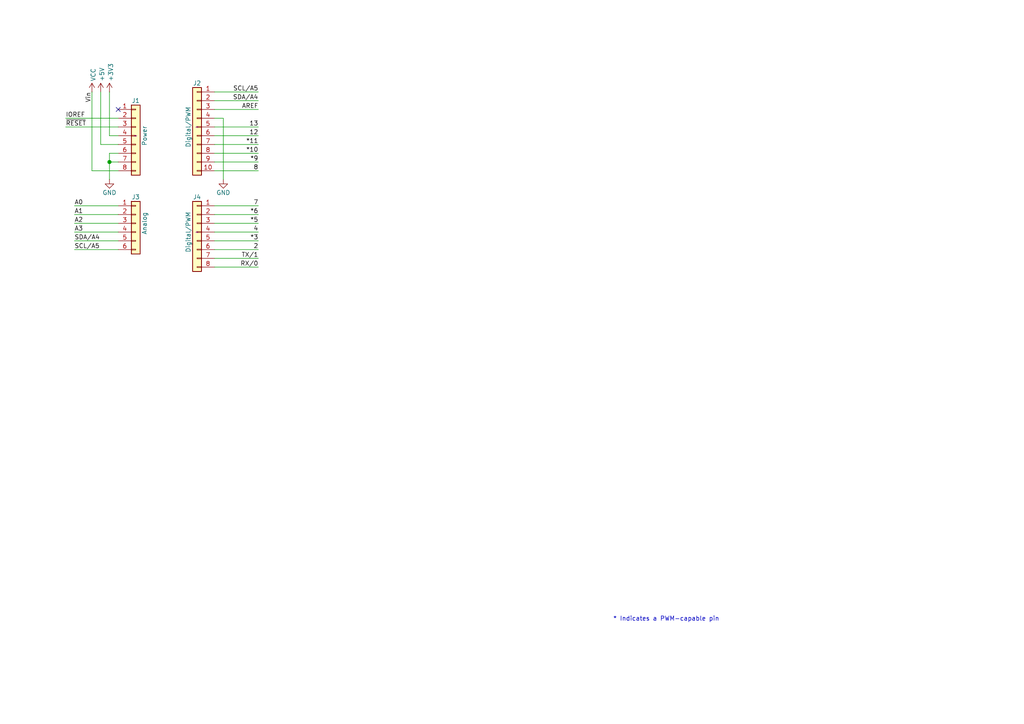
<source format=kicad_sch>
(kicad_sch
	(version 20250114)
	(generator "eeschema")
	(generator_version "9.0")
	(uuid "e63e39d7-6ac0-4ffd-8aa3-1841a4541b55")
	(paper "A4")
	(title_block
		(date "mar. 31 mars 2015")
	)
	(lib_symbols
		(symbol "Connector_Generic:Conn_01x06"
			(pin_names
				(offset 1.016)
				(hide yes)
			)
			(exclude_from_sim no)
			(in_bom yes)
			(on_board yes)
			(property "Reference" "J"
				(at 0 7.62 0)
				(effects
					(font
						(size 1.27 1.27)
					)
				)
			)
			(property "Value" "Conn_01x06"
				(at 0 -10.16 0)
				(effects
					(font
						(size 1.27 1.27)
					)
				)
			)
			(property "Footprint" ""
				(at 0 0 0)
				(effects
					(font
						(size 1.27 1.27)
					)
					(hide yes)
				)
			)
			(property "Datasheet" "~"
				(at 0 0 0)
				(effects
					(font
						(size 1.27 1.27)
					)
					(hide yes)
				)
			)
			(property "Description" "Generic connector, single row, 01x06, script generated (kicad-library-utils/schlib/autogen/connector/)"
				(at 0 0 0)
				(effects
					(font
						(size 1.27 1.27)
					)
					(hide yes)
				)
			)
			(property "ki_keywords" "connector"
				(at 0 0 0)
				(effects
					(font
						(size 1.27 1.27)
					)
					(hide yes)
				)
			)
			(property "ki_fp_filters" "Connector*:*_1x??_*"
				(at 0 0 0)
				(effects
					(font
						(size 1.27 1.27)
					)
					(hide yes)
				)
			)
			(symbol "Conn_01x06_1_1"
				(rectangle
					(start -1.27 6.35)
					(end 1.27 -8.89)
					(stroke
						(width 0.254)
						(type default)
					)
					(fill
						(type background)
					)
				)
				(rectangle
					(start -1.27 5.207)
					(end 0 4.953)
					(stroke
						(width 0.1524)
						(type default)
					)
					(fill
						(type none)
					)
				)
				(rectangle
					(start -1.27 2.667)
					(end 0 2.413)
					(stroke
						(width 0.1524)
						(type default)
					)
					(fill
						(type none)
					)
				)
				(rectangle
					(start -1.27 0.127)
					(end 0 -0.127)
					(stroke
						(width 0.1524)
						(type default)
					)
					(fill
						(type none)
					)
				)
				(rectangle
					(start -1.27 -2.413)
					(end 0 -2.667)
					(stroke
						(width 0.1524)
						(type default)
					)
					(fill
						(type none)
					)
				)
				(rectangle
					(start -1.27 -4.953)
					(end 0 -5.207)
					(stroke
						(width 0.1524)
						(type default)
					)
					(fill
						(type none)
					)
				)
				(rectangle
					(start -1.27 -7.493)
					(end 0 -7.747)
					(stroke
						(width 0.1524)
						(type default)
					)
					(fill
						(type none)
					)
				)
				(pin passive line
					(at -5.08 5.08 0)
					(length 3.81)
					(name "Pin_1"
						(effects
							(font
								(size 1.27 1.27)
							)
						)
					)
					(number "1"
						(effects
							(font
								(size 1.27 1.27)
							)
						)
					)
				)
				(pin passive line
					(at -5.08 2.54 0)
					(length 3.81)
					(name "Pin_2"
						(effects
							(font
								(size 1.27 1.27)
							)
						)
					)
					(number "2"
						(effects
							(font
								(size 1.27 1.27)
							)
						)
					)
				)
				(pin passive line
					(at -5.08 0 0)
					(length 3.81)
					(name "Pin_3"
						(effects
							(font
								(size 1.27 1.27)
							)
						)
					)
					(number "3"
						(effects
							(font
								(size 1.27 1.27)
							)
						)
					)
				)
				(pin passive line
					(at -5.08 -2.54 0)
					(length 3.81)
					(name "Pin_4"
						(effects
							(font
								(size 1.27 1.27)
							)
						)
					)
					(number "4"
						(effects
							(font
								(size 1.27 1.27)
							)
						)
					)
				)
				(pin passive line
					(at -5.08 -5.08 0)
					(length 3.81)
					(name "Pin_5"
						(effects
							(font
								(size 1.27 1.27)
							)
						)
					)
					(number "5"
						(effects
							(font
								(size 1.27 1.27)
							)
						)
					)
				)
				(pin passive line
					(at -5.08 -7.62 0)
					(length 3.81)
					(name "Pin_6"
						(effects
							(font
								(size 1.27 1.27)
							)
						)
					)
					(number "6"
						(effects
							(font
								(size 1.27 1.27)
							)
						)
					)
				)
			)
			(embedded_fonts no)
		)
		(symbol "Connector_Generic:Conn_01x08"
			(pin_names
				(offset 1.016)
				(hide yes)
			)
			(exclude_from_sim no)
			(in_bom yes)
			(on_board yes)
			(property "Reference" "J"
				(at 0 10.16 0)
				(effects
					(font
						(size 1.27 1.27)
					)
				)
			)
			(property "Value" "Conn_01x08"
				(at 0 -12.7 0)
				(effects
					(font
						(size 1.27 1.27)
					)
				)
			)
			(property "Footprint" ""
				(at 0 0 0)
				(effects
					(font
						(size 1.27 1.27)
					)
					(hide yes)
				)
			)
			(property "Datasheet" "~"
				(at 0 0 0)
				(effects
					(font
						(size 1.27 1.27)
					)
					(hide yes)
				)
			)
			(property "Description" "Generic connector, single row, 01x08, script generated (kicad-library-utils/schlib/autogen/connector/)"
				(at 0 0 0)
				(effects
					(font
						(size 1.27 1.27)
					)
					(hide yes)
				)
			)
			(property "ki_keywords" "connector"
				(at 0 0 0)
				(effects
					(font
						(size 1.27 1.27)
					)
					(hide yes)
				)
			)
			(property "ki_fp_filters" "Connector*:*_1x??_*"
				(at 0 0 0)
				(effects
					(font
						(size 1.27 1.27)
					)
					(hide yes)
				)
			)
			(symbol "Conn_01x08_1_1"
				(rectangle
					(start -1.27 8.89)
					(end 1.27 -11.43)
					(stroke
						(width 0.254)
						(type default)
					)
					(fill
						(type background)
					)
				)
				(rectangle
					(start -1.27 7.747)
					(end 0 7.493)
					(stroke
						(width 0.1524)
						(type default)
					)
					(fill
						(type none)
					)
				)
				(rectangle
					(start -1.27 5.207)
					(end 0 4.953)
					(stroke
						(width 0.1524)
						(type default)
					)
					(fill
						(type none)
					)
				)
				(rectangle
					(start -1.27 2.667)
					(end 0 2.413)
					(stroke
						(width 0.1524)
						(type default)
					)
					(fill
						(type none)
					)
				)
				(rectangle
					(start -1.27 0.127)
					(end 0 -0.127)
					(stroke
						(width 0.1524)
						(type default)
					)
					(fill
						(type none)
					)
				)
				(rectangle
					(start -1.27 -2.413)
					(end 0 -2.667)
					(stroke
						(width 0.1524)
						(type default)
					)
					(fill
						(type none)
					)
				)
				(rectangle
					(start -1.27 -4.953)
					(end 0 -5.207)
					(stroke
						(width 0.1524)
						(type default)
					)
					(fill
						(type none)
					)
				)
				(rectangle
					(start -1.27 -7.493)
					(end 0 -7.747)
					(stroke
						(width 0.1524)
						(type default)
					)
					(fill
						(type none)
					)
				)
				(rectangle
					(start -1.27 -10.033)
					(end 0 -10.287)
					(stroke
						(width 0.1524)
						(type default)
					)
					(fill
						(type none)
					)
				)
				(pin passive line
					(at -5.08 7.62 0)
					(length 3.81)
					(name "Pin_1"
						(effects
							(font
								(size 1.27 1.27)
							)
						)
					)
					(number "1"
						(effects
							(font
								(size 1.27 1.27)
							)
						)
					)
				)
				(pin passive line
					(at -5.08 5.08 0)
					(length 3.81)
					(name "Pin_2"
						(effects
							(font
								(size 1.27 1.27)
							)
						)
					)
					(number "2"
						(effects
							(font
								(size 1.27 1.27)
							)
						)
					)
				)
				(pin passive line
					(at -5.08 2.54 0)
					(length 3.81)
					(name "Pin_3"
						(effects
							(font
								(size 1.27 1.27)
							)
						)
					)
					(number "3"
						(effects
							(font
								(size 1.27 1.27)
							)
						)
					)
				)
				(pin passive line
					(at -5.08 0 0)
					(length 3.81)
					(name "Pin_4"
						(effects
							(font
								(size 1.27 1.27)
							)
						)
					)
					(number "4"
						(effects
							(font
								(size 1.27 1.27)
							)
						)
					)
				)
				(pin passive line
					(at -5.08 -2.54 0)
					(length 3.81)
					(name "Pin_5"
						(effects
							(font
								(size 1.27 1.27)
							)
						)
					)
					(number "5"
						(effects
							(font
								(size 1.27 1.27)
							)
						)
					)
				)
				(pin passive line
					(at -5.08 -5.08 0)
					(length 3.81)
					(name "Pin_6"
						(effects
							(font
								(size 1.27 1.27)
							)
						)
					)
					(number "6"
						(effects
							(font
								(size 1.27 1.27)
							)
						)
					)
				)
				(pin passive line
					(at -5.08 -7.62 0)
					(length 3.81)
					(name "Pin_7"
						(effects
							(font
								(size 1.27 1.27)
							)
						)
					)
					(number "7"
						(effects
							(font
								(size 1.27 1.27)
							)
						)
					)
				)
				(pin passive line
					(at -5.08 -10.16 0)
					(length 3.81)
					(name "Pin_8"
						(effects
							(font
								(size 1.27 1.27)
							)
						)
					)
					(number "8"
						(effects
							(font
								(size 1.27 1.27)
							)
						)
					)
				)
			)
			(embedded_fonts no)
		)
		(symbol "Connector_Generic:Conn_01x10"
			(pin_names
				(offset 1.016)
				(hide yes)
			)
			(exclude_from_sim no)
			(in_bom yes)
			(on_board yes)
			(property "Reference" "J"
				(at 0 12.7 0)
				(effects
					(font
						(size 1.27 1.27)
					)
				)
			)
			(property "Value" "Conn_01x10"
				(at 0 -15.24 0)
				(effects
					(font
						(size 1.27 1.27)
					)
				)
			)
			(property "Footprint" ""
				(at 0 0 0)
				(effects
					(font
						(size 1.27 1.27)
					)
					(hide yes)
				)
			)
			(property "Datasheet" "~"
				(at 0 0 0)
				(effects
					(font
						(size 1.27 1.27)
					)
					(hide yes)
				)
			)
			(property "Description" "Generic connector, single row, 01x10, script generated (kicad-library-utils/schlib/autogen/connector/)"
				(at 0 0 0)
				(effects
					(font
						(size 1.27 1.27)
					)
					(hide yes)
				)
			)
			(property "ki_keywords" "connector"
				(at 0 0 0)
				(effects
					(font
						(size 1.27 1.27)
					)
					(hide yes)
				)
			)
			(property "ki_fp_filters" "Connector*:*_1x??_*"
				(at 0 0 0)
				(effects
					(font
						(size 1.27 1.27)
					)
					(hide yes)
				)
			)
			(symbol "Conn_01x10_1_1"
				(rectangle
					(start -1.27 11.43)
					(end 1.27 -13.97)
					(stroke
						(width 0.254)
						(type default)
					)
					(fill
						(type background)
					)
				)
				(rectangle
					(start -1.27 10.287)
					(end 0 10.033)
					(stroke
						(width 0.1524)
						(type default)
					)
					(fill
						(type none)
					)
				)
				(rectangle
					(start -1.27 7.747)
					(end 0 7.493)
					(stroke
						(width 0.1524)
						(type default)
					)
					(fill
						(type none)
					)
				)
				(rectangle
					(start -1.27 5.207)
					(end 0 4.953)
					(stroke
						(width 0.1524)
						(type default)
					)
					(fill
						(type none)
					)
				)
				(rectangle
					(start -1.27 2.667)
					(end 0 2.413)
					(stroke
						(width 0.1524)
						(type default)
					)
					(fill
						(type none)
					)
				)
				(rectangle
					(start -1.27 0.127)
					(end 0 -0.127)
					(stroke
						(width 0.1524)
						(type default)
					)
					(fill
						(type none)
					)
				)
				(rectangle
					(start -1.27 -2.413)
					(end 0 -2.667)
					(stroke
						(width 0.1524)
						(type default)
					)
					(fill
						(type none)
					)
				)
				(rectangle
					(start -1.27 -4.953)
					(end 0 -5.207)
					(stroke
						(width 0.1524)
						(type default)
					)
					(fill
						(type none)
					)
				)
				(rectangle
					(start -1.27 -7.493)
					(end 0 -7.747)
					(stroke
						(width 0.1524)
						(type default)
					)
					(fill
						(type none)
					)
				)
				(rectangle
					(start -1.27 -10.033)
					(end 0 -10.287)
					(stroke
						(width 0.1524)
						(type default)
					)
					(fill
						(type none)
					)
				)
				(rectangle
					(start -1.27 -12.573)
					(end 0 -12.827)
					(stroke
						(width 0.1524)
						(type default)
					)
					(fill
						(type none)
					)
				)
				(pin passive line
					(at -5.08 10.16 0)
					(length 3.81)
					(name "Pin_1"
						(effects
							(font
								(size 1.27 1.27)
							)
						)
					)
					(number "1"
						(effects
							(font
								(size 1.27 1.27)
							)
						)
					)
				)
				(pin passive line
					(at -5.08 7.62 0)
					(length 3.81)
					(name "Pin_2"
						(effects
							(font
								(size 1.27 1.27)
							)
						)
					)
					(number "2"
						(effects
							(font
								(size 1.27 1.27)
							)
						)
					)
				)
				(pin passive line
					(at -5.08 5.08 0)
					(length 3.81)
					(name "Pin_3"
						(effects
							(font
								(size 1.27 1.27)
							)
						)
					)
					(number "3"
						(effects
							(font
								(size 1.27 1.27)
							)
						)
					)
				)
				(pin passive line
					(at -5.08 2.54 0)
					(length 3.81)
					(name "Pin_4"
						(effects
							(font
								(size 1.27 1.27)
							)
						)
					)
					(number "4"
						(effects
							(font
								(size 1.27 1.27)
							)
						)
					)
				)
				(pin passive line
					(at -5.08 0 0)
					(length 3.81)
					(name "Pin_5"
						(effects
							(font
								(size 1.27 1.27)
							)
						)
					)
					(number "5"
						(effects
							(font
								(size 1.27 1.27)
							)
						)
					)
				)
				(pin passive line
					(at -5.08 -2.54 0)
					(length 3.81)
					(name "Pin_6"
						(effects
							(font
								(size 1.27 1.27)
							)
						)
					)
					(number "6"
						(effects
							(font
								(size 1.27 1.27)
							)
						)
					)
				)
				(pin passive line
					(at -5.08 -5.08 0)
					(length 3.81)
					(name "Pin_7"
						(effects
							(font
								(size 1.27 1.27)
							)
						)
					)
					(number "7"
						(effects
							(font
								(size 1.27 1.27)
							)
						)
					)
				)
				(pin passive line
					(at -5.08 -7.62 0)
					(length 3.81)
					(name "Pin_8"
						(effects
							(font
								(size 1.27 1.27)
							)
						)
					)
					(number "8"
						(effects
							(font
								(size 1.27 1.27)
							)
						)
					)
				)
				(pin passive line
					(at -5.08 -10.16 0)
					(length 3.81)
					(name "Pin_9"
						(effects
							(font
								(size 1.27 1.27)
							)
						)
					)
					(number "9"
						(effects
							(font
								(size 1.27 1.27)
							)
						)
					)
				)
				(pin passive line
					(at -5.08 -12.7 0)
					(length 3.81)
					(name "Pin_10"
						(effects
							(font
								(size 1.27 1.27)
							)
						)
					)
					(number "10"
						(effects
							(font
								(size 1.27 1.27)
							)
						)
					)
				)
			)
			(embedded_fonts no)
		)
		(symbol "power:+3V3"
			(power)
			(pin_numbers
				(hide yes)
			)
			(pin_names
				(offset 0)
				(hide yes)
			)
			(exclude_from_sim no)
			(in_bom yes)
			(on_board yes)
			(property "Reference" "#PWR"
				(at 0 -3.81 0)
				(effects
					(font
						(size 1.27 1.27)
					)
					(hide yes)
				)
			)
			(property "Value" "+3V3"
				(at 0 3.556 0)
				(effects
					(font
						(size 1.27 1.27)
					)
				)
			)
			(property "Footprint" ""
				(at 0 0 0)
				(effects
					(font
						(size 1.27 1.27)
					)
					(hide yes)
				)
			)
			(property "Datasheet" ""
				(at 0 0 0)
				(effects
					(font
						(size 1.27 1.27)
					)
					(hide yes)
				)
			)
			(property "Description" "Power symbol creates a global label with name \"+3V3\""
				(at 0 0 0)
				(effects
					(font
						(size 1.27 1.27)
					)
					(hide yes)
				)
			)
			(property "ki_keywords" "global power"
				(at 0 0 0)
				(effects
					(font
						(size 1.27 1.27)
					)
					(hide yes)
				)
			)
			(symbol "+3V3_0_1"
				(polyline
					(pts
						(xy -0.762 1.27) (xy 0 2.54)
					)
					(stroke
						(width 0)
						(type default)
					)
					(fill
						(type none)
					)
				)
				(polyline
					(pts
						(xy 0 2.54) (xy 0.762 1.27)
					)
					(stroke
						(width 0)
						(type default)
					)
					(fill
						(type none)
					)
				)
				(polyline
					(pts
						(xy 0 0) (xy 0 2.54)
					)
					(stroke
						(width 0)
						(type default)
					)
					(fill
						(type none)
					)
				)
			)
			(symbol "+3V3_1_1"
				(pin power_in line
					(at 0 0 90)
					(length 0)
					(name "~"
						(effects
							(font
								(size 1.27 1.27)
							)
						)
					)
					(number "1"
						(effects
							(font
								(size 1.27 1.27)
							)
						)
					)
				)
			)
			(embedded_fonts no)
		)
		(symbol "power:+5V"
			(power)
			(pin_numbers
				(hide yes)
			)
			(pin_names
				(offset 0)
				(hide yes)
			)
			(exclude_from_sim no)
			(in_bom yes)
			(on_board yes)
			(property "Reference" "#PWR"
				(at 0 -3.81 0)
				(effects
					(font
						(size 1.27 1.27)
					)
					(hide yes)
				)
			)
			(property "Value" "+5V"
				(at 0 3.556 0)
				(effects
					(font
						(size 1.27 1.27)
					)
				)
			)
			(property "Footprint" ""
				(at 0 0 0)
				(effects
					(font
						(size 1.27 1.27)
					)
					(hide yes)
				)
			)
			(property "Datasheet" ""
				(at 0 0 0)
				(effects
					(font
						(size 1.27 1.27)
					)
					(hide yes)
				)
			)
			(property "Description" "Power symbol creates a global label with name \"+5V\""
				(at 0 0 0)
				(effects
					(font
						(size 1.27 1.27)
					)
					(hide yes)
				)
			)
			(property "ki_keywords" "global power"
				(at 0 0 0)
				(effects
					(font
						(size 1.27 1.27)
					)
					(hide yes)
				)
			)
			(symbol "+5V_0_1"
				(polyline
					(pts
						(xy -0.762 1.27) (xy 0 2.54)
					)
					(stroke
						(width 0)
						(type default)
					)
					(fill
						(type none)
					)
				)
				(polyline
					(pts
						(xy 0 2.54) (xy 0.762 1.27)
					)
					(stroke
						(width 0)
						(type default)
					)
					(fill
						(type none)
					)
				)
				(polyline
					(pts
						(xy 0 0) (xy 0 2.54)
					)
					(stroke
						(width 0)
						(type default)
					)
					(fill
						(type none)
					)
				)
			)
			(symbol "+5V_1_1"
				(pin power_in line
					(at 0 0 90)
					(length 0)
					(name "~"
						(effects
							(font
								(size 1.27 1.27)
							)
						)
					)
					(number "1"
						(effects
							(font
								(size 1.27 1.27)
							)
						)
					)
				)
			)
			(embedded_fonts no)
		)
		(symbol "power:GND"
			(power)
			(pin_numbers
				(hide yes)
			)
			(pin_names
				(offset 0)
				(hide yes)
			)
			(exclude_from_sim no)
			(in_bom yes)
			(on_board yes)
			(property "Reference" "#PWR"
				(at 0 -6.35 0)
				(effects
					(font
						(size 1.27 1.27)
					)
					(hide yes)
				)
			)
			(property "Value" "GND"
				(at 0 -3.81 0)
				(effects
					(font
						(size 1.27 1.27)
					)
				)
			)
			(property "Footprint" ""
				(at 0 0 0)
				(effects
					(font
						(size 1.27 1.27)
					)
					(hide yes)
				)
			)
			(property "Datasheet" ""
				(at 0 0 0)
				(effects
					(font
						(size 1.27 1.27)
					)
					(hide yes)
				)
			)
			(property "Description" "Power symbol creates a global label with name \"GND\" , ground"
				(at 0 0 0)
				(effects
					(font
						(size 1.27 1.27)
					)
					(hide yes)
				)
			)
			(property "ki_keywords" "global power"
				(at 0 0 0)
				(effects
					(font
						(size 1.27 1.27)
					)
					(hide yes)
				)
			)
			(symbol "GND_0_1"
				(polyline
					(pts
						(xy 0 0) (xy 0 -1.27) (xy 1.27 -1.27) (xy 0 -2.54) (xy -1.27 -1.27) (xy 0 -1.27)
					)
					(stroke
						(width 0)
						(type default)
					)
					(fill
						(type none)
					)
				)
			)
			(symbol "GND_1_1"
				(pin power_in line
					(at 0 0 270)
					(length 0)
					(name "~"
						(effects
							(font
								(size 1.27 1.27)
							)
						)
					)
					(number "1"
						(effects
							(font
								(size 1.27 1.27)
							)
						)
					)
				)
			)
			(embedded_fonts no)
		)
		(symbol "power:VCC"
			(power)
			(pin_numbers
				(hide yes)
			)
			(pin_names
				(offset 0)
				(hide yes)
			)
			(exclude_from_sim no)
			(in_bom yes)
			(on_board yes)
			(property "Reference" "#PWR"
				(at 0 -3.81 0)
				(effects
					(font
						(size 1.27 1.27)
					)
					(hide yes)
				)
			)
			(property "Value" "VCC"
				(at 0 3.556 0)
				(effects
					(font
						(size 1.27 1.27)
					)
				)
			)
			(property "Footprint" ""
				(at 0 0 0)
				(effects
					(font
						(size 1.27 1.27)
					)
					(hide yes)
				)
			)
			(property "Datasheet" ""
				(at 0 0 0)
				(effects
					(font
						(size 1.27 1.27)
					)
					(hide yes)
				)
			)
			(property "Description" "Power symbol creates a global label with name \"VCC\""
				(at 0 0 0)
				(effects
					(font
						(size 1.27 1.27)
					)
					(hide yes)
				)
			)
			(property "ki_keywords" "global power"
				(at 0 0 0)
				(effects
					(font
						(size 1.27 1.27)
					)
					(hide yes)
				)
			)
			(symbol "VCC_0_1"
				(polyline
					(pts
						(xy -0.762 1.27) (xy 0 2.54)
					)
					(stroke
						(width 0)
						(type default)
					)
					(fill
						(type none)
					)
				)
				(polyline
					(pts
						(xy 0 2.54) (xy 0.762 1.27)
					)
					(stroke
						(width 0)
						(type default)
					)
					(fill
						(type none)
					)
				)
				(polyline
					(pts
						(xy 0 0) (xy 0 2.54)
					)
					(stroke
						(width 0)
						(type default)
					)
					(fill
						(type none)
					)
				)
			)
			(symbol "VCC_1_1"
				(pin power_in line
					(at 0 0 90)
					(length 0)
					(name "~"
						(effects
							(font
								(size 1.27 1.27)
							)
						)
					)
					(number "1"
						(effects
							(font
								(size 1.27 1.27)
							)
						)
					)
				)
			)
			(embedded_fonts no)
		)
	)
	(text "* Indicates a PWM-capable pin"
		(exclude_from_sim no)
		(at 177.8 180.34 0)
		(effects
			(font
				(size 1.27 1.27)
			)
			(justify left bottom)
		)
		(uuid "c364973a-9a67-4667-8185-a3a5c6c6cbdf")
	)
	(junction
		(at 31.75 46.99)
		(diameter 1.016)
		(color 0 0 0 0)
		(uuid "3dcc657b-55a1-48e0-9667-e01e7b6b08b5")
	)
	(no_connect
		(at 34.29 31.75)
		(uuid "d181157c-7812-47e5-a0cf-9580c905fc86")
	)
	(wire
		(pts
			(xy 62.23 77.47) (xy 74.93 77.47)
		)
		(stroke
			(width 0)
			(type solid)
		)
		(uuid "010ba307-2067-49d3-b0fa-6414143f3fc2")
	)
	(wire
		(pts
			(xy 62.23 44.45) (xy 74.93 44.45)
		)
		(stroke
			(width 0)
			(type solid)
		)
		(uuid "09480ba4-37da-45e3-b9fe-6beebf876349")
	)
	(wire
		(pts
			(xy 62.23 26.67) (xy 74.93 26.67)
		)
		(stroke
			(width 0)
			(type solid)
		)
		(uuid "0f5d2189-4ead-42fa-8f7a-cfa3af4de132")
	)
	(wire
		(pts
			(xy 31.75 44.45) (xy 31.75 46.99)
		)
		(stroke
			(width 0)
			(type solid)
		)
		(uuid "1c31b835-925f-4a5c-92df-8f2558bb711b")
	)
	(wire
		(pts
			(xy 21.59 72.39) (xy 34.29 72.39)
		)
		(stroke
			(width 0)
			(type solid)
		)
		(uuid "20854542-d0b0-4be7-af02-0e5fceb34e01")
	)
	(wire
		(pts
			(xy 31.75 46.99) (xy 31.75 52.07)
		)
		(stroke
			(width 0)
			(type solid)
		)
		(uuid "2df788b2-ce68-49bc-a497-4b6570a17f30")
	)
	(wire
		(pts
			(xy 31.75 39.37) (xy 34.29 39.37)
		)
		(stroke
			(width 0)
			(type solid)
		)
		(uuid "3334b11d-5a13-40b4-a117-d693c543e4ab")
	)
	(wire
		(pts
			(xy 29.21 41.91) (xy 34.29 41.91)
		)
		(stroke
			(width 0)
			(type solid)
		)
		(uuid "3661f80c-fef8-4441-83be-df8930b3b45e")
	)
	(wire
		(pts
			(xy 29.21 26.67) (xy 29.21 41.91)
		)
		(stroke
			(width 0)
			(type solid)
		)
		(uuid "392bf1f6-bf67-427d-8d4c-0a87cb757556")
	)
	(wire
		(pts
			(xy 62.23 36.83) (xy 74.93 36.83)
		)
		(stroke
			(width 0)
			(type solid)
		)
		(uuid "4227fa6f-c399-4f14-8228-23e39d2b7e7d")
	)
	(wire
		(pts
			(xy 31.75 26.67) (xy 31.75 39.37)
		)
		(stroke
			(width 0)
			(type solid)
		)
		(uuid "442fb4de-4d55-45de-bc27-3e6222ceb890")
	)
	(wire
		(pts
			(xy 62.23 59.69) (xy 74.93 59.69)
		)
		(stroke
			(width 0)
			(type solid)
		)
		(uuid "4455ee2e-5642-42c1-a83b-f7e65fa0c2f1")
	)
	(wire
		(pts
			(xy 34.29 59.69) (xy 21.59 59.69)
		)
		(stroke
			(width 0)
			(type solid)
		)
		(uuid "486ca832-85f4-4989-b0f4-569faf9be534")
	)
	(wire
		(pts
			(xy 62.23 39.37) (xy 74.93 39.37)
		)
		(stroke
			(width 0)
			(type solid)
		)
		(uuid "4a910b57-a5cd-4105-ab4f-bde2a80d4f00")
	)
	(wire
		(pts
			(xy 62.23 62.23) (xy 74.93 62.23)
		)
		(stroke
			(width 0)
			(type solid)
		)
		(uuid "4e60e1af-19bd-45a0-b418-b7030b594dde")
	)
	(wire
		(pts
			(xy 62.23 46.99) (xy 74.93 46.99)
		)
		(stroke
			(width 0)
			(type solid)
		)
		(uuid "63f2b71b-521b-4210-bf06-ed65e330fccc")
	)
	(wire
		(pts
			(xy 62.23 67.31) (xy 74.93 67.31)
		)
		(stroke
			(width 0)
			(type solid)
		)
		(uuid "6bb3ea5f-9e60-4add-9d97-244be2cf61d2")
	)
	(wire
		(pts
			(xy 19.05 34.29) (xy 34.29 34.29)
		)
		(stroke
			(width 0)
			(type solid)
		)
		(uuid "73d4774c-1387-4550-b580-a1cc0ac89b89")
	)
	(wire
		(pts
			(xy 64.77 34.29) (xy 64.77 52.07)
		)
		(stroke
			(width 0)
			(type solid)
		)
		(uuid "84ce350c-b0c1-4e69-9ab2-f7ec7b8bb312")
	)
	(wire
		(pts
			(xy 62.23 31.75) (xy 74.93 31.75)
		)
		(stroke
			(width 0)
			(type solid)
		)
		(uuid "8a3d35a2-f0f6-4dec-a606-7c8e288ca828")
	)
	(wire
		(pts
			(xy 34.29 64.77) (xy 21.59 64.77)
		)
		(stroke
			(width 0)
			(type solid)
		)
		(uuid "9377eb1a-3b12-438c-8ebd-f86ace1e8d25")
	)
	(wire
		(pts
			(xy 19.05 36.83) (xy 34.29 36.83)
		)
		(stroke
			(width 0)
			(type solid)
		)
		(uuid "93e52853-9d1e-4afe-aee8-b825ab9f5d09")
	)
	(wire
		(pts
			(xy 34.29 46.99) (xy 31.75 46.99)
		)
		(stroke
			(width 0)
			(type solid)
		)
		(uuid "97df9ac9-dbb8-472e-b84f-3684d0eb5efc")
	)
	(wire
		(pts
			(xy 34.29 49.53) (xy 26.67 49.53)
		)
		(stroke
			(width 0)
			(type solid)
		)
		(uuid "a7518f9d-05df-4211-ba17-5d615f04ec46")
	)
	(wire
		(pts
			(xy 21.59 62.23) (xy 34.29 62.23)
		)
		(stroke
			(width 0)
			(type solid)
		)
		(uuid "aab97e46-23d6-4cbf-8684-537b94306d68")
	)
	(wire
		(pts
			(xy 62.23 34.29) (xy 64.77 34.29)
		)
		(stroke
			(width 0)
			(type solid)
		)
		(uuid "bcbc7302-8a54-4b9b-98b9-f277f1b20941")
	)
	(wire
		(pts
			(xy 34.29 44.45) (xy 31.75 44.45)
		)
		(stroke
			(width 0)
			(type solid)
		)
		(uuid "c12796ad-cf20-466f-9ab3-9cf441392c32")
	)
	(wire
		(pts
			(xy 62.23 41.91) (xy 74.93 41.91)
		)
		(stroke
			(width 0)
			(type solid)
		)
		(uuid "c722a1ff-12f1-49e5-88a4-44ffeb509ca2")
	)
	(wire
		(pts
			(xy 62.23 64.77) (xy 74.93 64.77)
		)
		(stroke
			(width 0)
			(type solid)
		)
		(uuid "cfe99980-2d98-4372-b495-04c53027340b")
	)
	(wire
		(pts
			(xy 21.59 67.31) (xy 34.29 67.31)
		)
		(stroke
			(width 0)
			(type solid)
		)
		(uuid "d3042136-2605-44b2-aebb-5484a9c90933")
	)
	(wire
		(pts
			(xy 62.23 29.21) (xy 74.93 29.21)
		)
		(stroke
			(width 0)
			(type solid)
		)
		(uuid "e7278977-132b-4777-9eb4-7d93363a4379")
	)
	(wire
		(pts
			(xy 62.23 72.39) (xy 74.93 72.39)
		)
		(stroke
			(width 0)
			(type solid)
		)
		(uuid "e9bdd59b-3252-4c44-a357-6fa1af0c210c")
	)
	(wire
		(pts
			(xy 62.23 69.85) (xy 74.93 69.85)
		)
		(stroke
			(width 0)
			(type solid)
		)
		(uuid "ec76dcc9-9949-4dda-bd76-046204829cb4")
	)
	(wire
		(pts
			(xy 62.23 74.93) (xy 74.93 74.93)
		)
		(stroke
			(width 0)
			(type solid)
		)
		(uuid "f853d1d4-c722-44df-98bf-4a6114204628")
	)
	(wire
		(pts
			(xy 26.67 49.53) (xy 26.67 26.67)
		)
		(stroke
			(width 0)
			(type solid)
		)
		(uuid "f8de70cd-e47d-4e80-8f3a-077e9df93aa8")
	)
	(wire
		(pts
			(xy 34.29 69.85) (xy 21.59 69.85)
		)
		(stroke
			(width 0)
			(type solid)
		)
		(uuid "fc39c32d-65b8-4d16-9db5-de89c54a1206")
	)
	(wire
		(pts
			(xy 62.23 49.53) (xy 74.93 49.53)
		)
		(stroke
			(width 0)
			(type solid)
		)
		(uuid "fe837306-92d0-4847-ad21-76c47ae932d1")
	)
	(label "RX{slash}0"
		(at 74.93 77.47 180)
		(effects
			(font
				(size 1.27 1.27)
			)
			(justify right bottom)
		)
		(uuid "01ea9310-cf66-436b-9b89-1a2f4237b59e")
	)
	(label "A2"
		(at 21.59 64.77 0)
		(effects
			(font
				(size 1.27 1.27)
			)
			(justify left bottom)
		)
		(uuid "09251fd4-af37-4d86-8951-1faaac710ffa")
	)
	(label "4"
		(at 74.93 67.31 180)
		(effects
			(font
				(size 1.27 1.27)
			)
			(justify right bottom)
		)
		(uuid "0d8cfe6d-11bf-42b9-9752-f9a5a76bce7e")
	)
	(label "2"
		(at 74.93 72.39 180)
		(effects
			(font
				(size 1.27 1.27)
			)
			(justify right bottom)
		)
		(uuid "23f0c933-49f0-4410-a8db-8b017f48dadc")
	)
	(label "A3"
		(at 21.59 67.31 0)
		(effects
			(font
				(size 1.27 1.27)
			)
			(justify left bottom)
		)
		(uuid "2c60ab74-0590-423b-8921-6f3212a358d2")
	)
	(label "13"
		(at 74.93 36.83 180)
		(effects
			(font
				(size 1.27 1.27)
			)
			(justify right bottom)
		)
		(uuid "35bc5b35-b7b2-44d5-bbed-557f428649b2")
	)
	(label "12"
		(at 74.93 39.37 180)
		(effects
			(font
				(size 1.27 1.27)
			)
			(justify right bottom)
		)
		(uuid "3ffaa3b1-1d78-4c7b-bdf9-f1a8019c92fd")
	)
	(label "~{RESET}"
		(at 19.05 36.83 0)
		(effects
			(font
				(size 1.27 1.27)
			)
			(justify left bottom)
		)
		(uuid "49585dba-cfa7-4813-841e-9d900d43ecf4")
	)
	(label "*10"
		(at 74.93 44.45 180)
		(effects
			(font
				(size 1.27 1.27)
			)
			(justify right bottom)
		)
		(uuid "54be04e4-fffa-4f7f-8a5f-d0de81314e8f")
	)
	(label "7"
		(at 74.93 59.69 180)
		(effects
			(font
				(size 1.27 1.27)
			)
			(justify right bottom)
		)
		(uuid "873d2c88-519e-482f-a3ed-2484e5f9417e")
	)
	(label "SDA{slash}A4"
		(at 74.93 29.21 180)
		(effects
			(font
				(size 1.27 1.27)
			)
			(justify right bottom)
		)
		(uuid "8885a9dc-224d-44c5-8601-05c1d9983e09")
	)
	(label "8"
		(at 74.93 49.53 180)
		(effects
			(font
				(size 1.27 1.27)
			)
			(justify right bottom)
		)
		(uuid "89b0e564-e7aa-4224-80c9-3f0614fede8f")
	)
	(label "*11"
		(at 74.93 41.91 180)
		(effects
			(font
				(size 1.27 1.27)
			)
			(justify right bottom)
		)
		(uuid "9ad5a781-2469-4c8f-8abf-a1c3586f7cb7")
	)
	(label "*3"
		(at 74.93 69.85 180)
		(effects
			(font
				(size 1.27 1.27)
			)
			(justify right bottom)
		)
		(uuid "9cccf5f9-68a4-4e61-b418-6185dd6a5f9a")
	)
	(label "A1"
		(at 21.59 62.23 0)
		(effects
			(font
				(size 1.27 1.27)
			)
			(justify left bottom)
		)
		(uuid "acc9991b-1bdd-4544-9a08-4037937485cb")
	)
	(label "TX{slash}1"
		(at 74.93 74.93 180)
		(effects
			(font
				(size 1.27 1.27)
			)
			(justify right bottom)
		)
		(uuid "ae2c9582-b445-44bd-b371-7fc74f6cf852")
	)
	(label "A0"
		(at 21.59 59.69 0)
		(effects
			(font
				(size 1.27 1.27)
			)
			(justify left bottom)
		)
		(uuid "ba02dc27-26a3-4648-b0aa-06b6dcaf001f")
	)
	(label "AREF"
		(at 74.93 31.75 180)
		(effects
			(font
				(size 1.27 1.27)
			)
			(justify right bottom)
		)
		(uuid "bbf52cf8-6d97-4499-a9ee-3657cebcdabf")
	)
	(label "Vin"
		(at 26.67 26.67 270)
		(effects
			(font
				(size 1.27 1.27)
			)
			(justify right bottom)
		)
		(uuid "c348793d-eec0-4f33-9b91-2cae8b4224a4")
	)
	(label "*6"
		(at 74.93 62.23 180)
		(effects
			(font
				(size 1.27 1.27)
			)
			(justify right bottom)
		)
		(uuid "c775d4e8-c37b-4e73-90c1-1c8d36333aac")
	)
	(label "SCL{slash}A5"
		(at 74.93 26.67 180)
		(effects
			(font
				(size 1.27 1.27)
			)
			(justify right bottom)
		)
		(uuid "cba886fc-172a-42fe-8e4c-daace6eaef8e")
	)
	(label "*9"
		(at 74.93 46.99 180)
		(effects
			(font
				(size 1.27 1.27)
			)
			(justify right bottom)
		)
		(uuid "ccb58899-a82d-403c-b30b-ee351d622e9c")
	)
	(label "*5"
		(at 74.93 64.77 180)
		(effects
			(font
				(size 1.27 1.27)
			)
			(justify right bottom)
		)
		(uuid "d9a65242-9c26-45cd-9a55-3e69f0d77784")
	)
	(label "IOREF"
		(at 19.05 34.29 0)
		(effects
			(font
				(size 1.27 1.27)
			)
			(justify left bottom)
		)
		(uuid "de819ae4-b245-474b-a426-865ba877b8a2")
	)
	(label "SDA{slash}A4"
		(at 21.59 69.85 0)
		(effects
			(font
				(size 1.27 1.27)
			)
			(justify left bottom)
		)
		(uuid "e7ce99b8-ca22-4c56-9e55-39d32c709f3c")
	)
	(label "SCL{slash}A5"
		(at 21.59 72.39 0)
		(effects
			(font
				(size 1.27 1.27)
			)
			(justify left bottom)
		)
		(uuid "ea5aa60b-a25e-41a1-9e06-c7b6f957567f")
	)
	(symbol
		(lib_id "Connector_Generic:Conn_01x08")
		(at 39.37 39.37 0)
		(unit 1)
		(exclude_from_sim no)
		(in_bom yes)
		(on_board yes)
		(dnp no)
		(uuid "00000000-0000-0000-0000-000056d71773")
		(property "Reference" "J1"
			(at 39.37 29.21 0)
			(effects
				(font
					(size 1.27 1.27)
				)
			)
		)
		(property "Value" "Power"
			(at 41.91 39.37 90)
			(effects
				(font
					(size 1.27 1.27)
				)
			)
		)
		(property "Footprint" "Connector_PinSocket_2.54mm:PinSocket_1x08_P2.54mm_Vertical"
			(at 39.37 39.37 0)
			(effects
				(font
					(size 1.27 1.27)
				)
				(hide yes)
			)
		)
		(property "Datasheet" "~"
			(at 39.37 39.37 0)
			(effects
				(font
					(size 1.27 1.27)
				)
			)
		)
		(property "Description" "Generic connector, single row, 01x08, script generated (kicad-library-utils/schlib/autogen/connector/)"
			(at 39.37 39.37 0)
			(effects
				(font
					(size 1.27 1.27)
				)
				(hide yes)
			)
		)
		(pin "1"
			(uuid "d4c02b7e-3be7-4193-a989-fb40130f3319")
		)
		(pin "2"
			(uuid "1d9f20f8-8d42-4e3d-aece-4c12cc80d0d3")
		)
		(pin "3"
			(uuid "4801b550-c773-45a3-9bc6-15a3e9341f08")
		)
		(pin "4"
			(uuid "fbe5a73e-5be6-45ba-85f2-2891508cd936")
		)
		(pin "5"
			(uuid "8f0d2977-6611-4bfc-9a74-1791861e9159")
		)
		(pin "6"
			(uuid "270f30a7-c159-467b-ab5f-aee66a24a8c7")
		)
		(pin "7"
			(uuid "760eb2a5-8bbd-4298-88f0-2b1528e020ff")
		)
		(pin "8"
			(uuid "6a44a55c-6ae0-4d79-b4a1-52d3e48a7065")
		)
		(instances
			(project "Arduino_Uno"
				(path "/e63e39d7-6ac0-4ffd-8aa3-1841a4541b55"
					(reference "J1")
					(unit 1)
				)
			)
		)
	)
	(symbol
		(lib_id "power:+3V3")
		(at 31.75 26.67 0)
		(unit 1)
		(exclude_from_sim no)
		(in_bom yes)
		(on_board yes)
		(dnp no)
		(uuid "00000000-0000-0000-0000-000056d71aa9")
		(property "Reference" "#PWR03"
			(at 31.75 30.48 0)
			(effects
				(font
					(size 1.27 1.27)
				)
				(hide yes)
			)
		)
		(property "Value" "+3V3"
			(at 32.131 23.622 90)
			(effects
				(font
					(size 1.27 1.27)
				)
				(justify left)
			)
		)
		(property "Footprint" ""
			(at 31.75 26.67 0)
			(effects
				(font
					(size 1.27 1.27)
				)
			)
		)
		(property "Datasheet" ""
			(at 31.75 26.67 0)
			(effects
				(font
					(size 1.27 1.27)
				)
			)
		)
		(property "Description" "Power symbol creates a global label with name \"+3V3\""
			(at 31.75 26.67 0)
			(effects
				(font
					(size 1.27 1.27)
				)
				(hide yes)
			)
		)
		(pin "1"
			(uuid "25f7f7e2-1fc6-41d8-a14b-2d2742e98c50")
		)
		(instances
			(project "Arduino_Uno"
				(path "/e63e39d7-6ac0-4ffd-8aa3-1841a4541b55"
					(reference "#PWR03")
					(unit 1)
				)
			)
		)
	)
	(symbol
		(lib_id "power:+5V")
		(at 29.21 26.67 0)
		(unit 1)
		(exclude_from_sim no)
		(in_bom yes)
		(on_board yes)
		(dnp no)
		(uuid "00000000-0000-0000-0000-000056d71d10")
		(property "Reference" "#PWR02"
			(at 29.21 30.48 0)
			(effects
				(font
					(size 1.27 1.27)
				)
				(hide yes)
			)
		)
		(property "Value" "+5V"
			(at 29.5656 23.622 90)
			(effects
				(font
					(size 1.27 1.27)
				)
				(justify left)
			)
		)
		(property "Footprint" ""
			(at 29.21 26.67 0)
			(effects
				(font
					(size 1.27 1.27)
				)
			)
		)
		(property "Datasheet" ""
			(at 29.21 26.67 0)
			(effects
				(font
					(size 1.27 1.27)
				)
			)
		)
		(property "Description" "Power symbol creates a global label with name \"+5V\""
			(at 29.21 26.67 0)
			(effects
				(font
					(size 1.27 1.27)
				)
				(hide yes)
			)
		)
		(pin "1"
			(uuid "fdd33dcf-399e-4ac6-99f5-9ccff615cf55")
		)
		(instances
			(project "Arduino_Uno"
				(path "/e63e39d7-6ac0-4ffd-8aa3-1841a4541b55"
					(reference "#PWR02")
					(unit 1)
				)
			)
		)
	)
	(symbol
		(lib_id "power:GND")
		(at 31.75 52.07 0)
		(unit 1)
		(exclude_from_sim no)
		(in_bom yes)
		(on_board yes)
		(dnp no)
		(uuid "00000000-0000-0000-0000-000056d721e6")
		(property "Reference" "#PWR04"
			(at 31.75 58.42 0)
			(effects
				(font
					(size 1.27 1.27)
				)
				(hide yes)
			)
		)
		(property "Value" "GND"
			(at 31.75 55.88 0)
			(effects
				(font
					(size 1.27 1.27)
				)
			)
		)
		(property "Footprint" ""
			(at 31.75 52.07 0)
			(effects
				(font
					(size 1.27 1.27)
				)
			)
		)
		(property "Datasheet" ""
			(at 31.75 52.07 0)
			(effects
				(font
					(size 1.27 1.27)
				)
			)
		)
		(property "Description" "Power symbol creates a global label with name \"GND\" , ground"
			(at 31.75 52.07 0)
			(effects
				(font
					(size 1.27 1.27)
				)
				(hide yes)
			)
		)
		(pin "1"
			(uuid "87fd47b6-2ebb-4b03-a4f0-be8b5717bf68")
		)
		(instances
			(project "Arduino_Uno"
				(path "/e63e39d7-6ac0-4ffd-8aa3-1841a4541b55"
					(reference "#PWR04")
					(unit 1)
				)
			)
		)
	)
	(symbol
		(lib_id "Connector_Generic:Conn_01x10")
		(at 57.15 36.83 0)
		(mirror y)
		(unit 1)
		(exclude_from_sim no)
		(in_bom yes)
		(on_board yes)
		(dnp no)
		(uuid "00000000-0000-0000-0000-000056d72368")
		(property "Reference" "J2"
			(at 57.15 24.13 0)
			(effects
				(font
					(size 1.27 1.27)
				)
			)
		)
		(property "Value" "Digital/PWM"
			(at 54.61 36.83 90)
			(effects
				(font
					(size 1.27 1.27)
				)
			)
		)
		(property "Footprint" "Connector_PinSocket_2.54mm:PinSocket_1x10_P2.54mm_Vertical"
			(at 57.15 36.83 0)
			(effects
				(font
					(size 1.27 1.27)
				)
				(hide yes)
			)
		)
		(property "Datasheet" "~"
			(at 57.15 36.83 0)
			(effects
				(font
					(size 1.27 1.27)
				)
			)
		)
		(property "Description" "Generic connector, single row, 01x10, script generated (kicad-library-utils/schlib/autogen/connector/)"
			(at 57.15 36.83 0)
			(effects
				(font
					(size 1.27 1.27)
				)
				(hide yes)
			)
		)
		(pin "1"
			(uuid "479c0210-c5dd-4420-aa63-d8c5247cc255")
		)
		(pin "10"
			(uuid "69b11fa8-6d66-48cf-aa54-1a3009033625")
		)
		(pin "2"
			(uuid "013a3d11-607f-4568-bbac-ce1ce9ce9f7a")
		)
		(pin "3"
			(uuid "92bea09f-8c05-493b-981e-5298e629b225")
		)
		(pin "4"
			(uuid "66c1cab1-9206-4430-914c-14dcf23db70f")
		)
		(pin "5"
			(uuid "e264de4a-49ca-4afe-b718-4f94ad734148")
		)
		(pin "6"
			(uuid "03467115-7f58-481b-9fbc-afb2550dd13c")
		)
		(pin "7"
			(uuid "9aa9dec0-f260-4bba-a6cf-25f804e6b111")
		)
		(pin "8"
			(uuid "a3a57bae-7391-4e6d-b628-e6aff8f8ed86")
		)
		(pin "9"
			(uuid "00a2e9f5-f40a-49ba-91e4-cbef19d3b42b")
		)
		(instances
			(project "Arduino_Uno"
				(path "/e63e39d7-6ac0-4ffd-8aa3-1841a4541b55"
					(reference "J2")
					(unit 1)
				)
			)
		)
	)
	(symbol
		(lib_id "power:GND")
		(at 64.77 52.07 0)
		(unit 1)
		(exclude_from_sim no)
		(in_bom yes)
		(on_board yes)
		(dnp no)
		(uuid "00000000-0000-0000-0000-000056d72a3d")
		(property "Reference" "#PWR05"
			(at 64.77 58.42 0)
			(effects
				(font
					(size 1.27 1.27)
				)
				(hide yes)
			)
		)
		(property "Value" "GND"
			(at 64.77 55.88 0)
			(effects
				(font
					(size 1.27 1.27)
				)
			)
		)
		(property "Footprint" ""
			(at 64.77 52.07 0)
			(effects
				(font
					(size 1.27 1.27)
				)
			)
		)
		(property "Datasheet" ""
			(at 64.77 52.07 0)
			(effects
				(font
					(size 1.27 1.27)
				)
			)
		)
		(property "Description" "Power symbol creates a global label with name \"GND\" , ground"
			(at 64.77 52.07 0)
			(effects
				(font
					(size 1.27 1.27)
				)
				(hide yes)
			)
		)
		(pin "1"
			(uuid "dcc7d892-ae5b-4d8f-ab19-e541f0cf0497")
		)
		(instances
			(project "Arduino_Uno"
				(path "/e63e39d7-6ac0-4ffd-8aa3-1841a4541b55"
					(reference "#PWR05")
					(unit 1)
				)
			)
		)
	)
	(symbol
		(lib_id "Connector_Generic:Conn_01x06")
		(at 39.37 64.77 0)
		(unit 1)
		(exclude_from_sim no)
		(in_bom yes)
		(on_board yes)
		(dnp no)
		(uuid "00000000-0000-0000-0000-000056d72f1c")
		(property "Reference" "J3"
			(at 39.37 57.15 0)
			(effects
				(font
					(size 1.27 1.27)
				)
			)
		)
		(property "Value" "Analog"
			(at 41.91 64.77 90)
			(effects
				(font
					(size 1.27 1.27)
				)
			)
		)
		(property "Footprint" "Connector_PinSocket_2.54mm:PinSocket_1x06_P2.54mm_Vertical"
			(at 39.37 64.77 0)
			(effects
				(font
					(size 1.27 1.27)
				)
				(hide yes)
			)
		)
		(property "Datasheet" "~"
			(at 39.37 64.77 0)
			(effects
				(font
					(size 1.27 1.27)
				)
				(hide yes)
			)
		)
		(property "Description" "Generic connector, single row, 01x06, script generated (kicad-library-utils/schlib/autogen/connector/)"
			(at 39.37 64.77 0)
			(effects
				(font
					(size 1.27 1.27)
				)
				(hide yes)
			)
		)
		(pin "1"
			(uuid "1e1d0a18-dba5-42d5-95e9-627b560e331d")
		)
		(pin "2"
			(uuid "11423bda-2cc6-48db-b907-033a5ced98b7")
		)
		(pin "3"
			(uuid "20a4b56c-be89-418e-a029-3b98e8beca2b")
		)
		(pin "4"
			(uuid "163db149-f951-4db7-8045-a808c21d7a66")
		)
		(pin "5"
			(uuid "d47b8a11-7971-42ed-a188-2ff9f0b98c7a")
		)
		(pin "6"
			(uuid "57b1224b-fab7-4047-863e-42b792ecf64b")
		)
		(instances
			(project "Arduino_Uno"
				(path "/e63e39d7-6ac0-4ffd-8aa3-1841a4541b55"
					(reference "J3")
					(unit 1)
				)
			)
		)
	)
	(symbol
		(lib_id "Connector_Generic:Conn_01x08")
		(at 57.15 67.31 0)
		(mirror y)
		(unit 1)
		(exclude_from_sim no)
		(in_bom yes)
		(on_board yes)
		(dnp no)
		(uuid "00000000-0000-0000-0000-000056d734d0")
		(property "Reference" "J4"
			(at 57.15 57.15 0)
			(effects
				(font
					(size 1.27 1.27)
				)
			)
		)
		(property "Value" "Digital/PWM"
			(at 54.61 67.31 90)
			(effects
				(font
					(size 1.27 1.27)
				)
			)
		)
		(property "Footprint" "Connector_PinSocket_2.54mm:PinSocket_1x08_P2.54mm_Vertical"
			(at 57.15 67.31 0)
			(effects
				(font
					(size 1.27 1.27)
				)
				(hide yes)
			)
		)
		(property "Datasheet" "~"
			(at 57.15 67.31 0)
			(effects
				(font
					(size 1.27 1.27)
				)
			)
		)
		(property "Description" "Generic connector, single row, 01x08, script generated (kicad-library-utils/schlib/autogen/connector/)"
			(at 57.15 67.31 0)
			(effects
				(font
					(size 1.27 1.27)
				)
				(hide yes)
			)
		)
		(pin "1"
			(uuid "5381a37b-26e9-4dc5-a1df-d5846cca7e02")
		)
		(pin "2"
			(uuid "a4e4eabd-ecd9-495d-83e1-d1e1e828ff74")
		)
		(pin "3"
			(uuid "b659d690-5ae4-4e88-8049-6e4694137cd1")
		)
		(pin "4"
			(uuid "01e4a515-1e76-4ac0-8443-cb9dae94686e")
		)
		(pin "5"
			(uuid "fadf7cf0-7a5e-4d79-8b36-09596a4f1208")
		)
		(pin "6"
			(uuid "848129ec-e7db-4164-95a7-d7b289ecb7c4")
		)
		(pin "7"
			(uuid "b7a20e44-a4b2-4578-93ae-e5a04c1f0135")
		)
		(pin "8"
			(uuid "c0cfa2f9-a894-4c72-b71e-f8c87c0a0712")
		)
		(instances
			(project "Arduino_Uno"
				(path "/e63e39d7-6ac0-4ffd-8aa3-1841a4541b55"
					(reference "J4")
					(unit 1)
				)
			)
		)
	)
	(symbol
		(lib_id "power:VCC")
		(at 26.67 26.67 0)
		(unit 1)
		(exclude_from_sim no)
		(in_bom yes)
		(on_board yes)
		(dnp no)
		(uuid "5ca20c89-dc15-4322-ac65-caf5d0f5fcce")
		(property "Reference" "#PWR01"
			(at 26.67 30.48 0)
			(effects
				(font
					(size 1.27 1.27)
				)
				(hide yes)
			)
		)
		(property "Value" "VCC"
			(at 27.051 23.622 90)
			(effects
				(font
					(size 1.27 1.27)
				)
				(justify left)
			)
		)
		(property "Footprint" ""
			(at 26.67 26.67 0)
			(effects
				(font
					(size 1.27 1.27)
				)
				(hide yes)
			)
		)
		(property "Datasheet" ""
			(at 26.67 26.67 0)
			(effects
				(font
					(size 1.27 1.27)
				)
				(hide yes)
			)
		)
		(property "Description" "Power symbol creates a global label with name \"VCC\""
			(at 26.67 26.67 0)
			(effects
				(font
					(size 1.27 1.27)
				)
				(hide yes)
			)
		)
		(pin "1"
			(uuid "6bd03990-0c6f-47aa-a191-9be4dd5032ee")
		)
		(instances
			(project "Arduino_Uno"
				(path "/e63e39d7-6ac0-4ffd-8aa3-1841a4541b55"
					(reference "#PWR01")
					(unit 1)
				)
			)
		)
	)
	(sheet_instances
		(path "/"
			(page "1")
		)
	)
	(embedded_fonts no)
)

</source>
